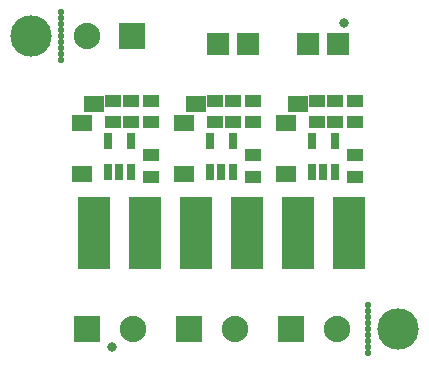
<source format=gbr>
G04 EAGLE Gerber RS-274X export*
G75*
%MOMM*%
%FSLAX34Y34*%
%LPD*%
%INSoldermask Top*%
%IPPOS*%
%AMOC8*
5,1,8,0,0,1.08239X$1,22.5*%
G01*
%ADD10C,0.584200*%
%ADD11R,0.753200X1.403200*%
%ADD12R,1.403200X1.003200*%
%ADD13R,2.703200X6.203200*%
%ADD14R,2.235200X2.235200*%
%ADD15C,2.235200*%
%ADD16R,1.673200X1.473200*%
%ADD17R,1.828800X1.828800*%
%ADD18C,0.838200*%
%ADD19R,0.838200X1.473200*%
%ADD20C,3.505200*%


D10*
X260350Y45720D03*
X260350Y40640D03*
X260350Y35560D03*
X260350Y30480D03*
X260350Y25400D03*
X260350Y20320D03*
X260350Y15240D03*
X260350Y10160D03*
X260350Y5080D03*
X0Y293370D03*
X0Y288290D03*
X0Y283210D03*
X0Y278130D03*
X0Y273050D03*
X0Y267970D03*
X0Y262890D03*
X0Y257810D03*
X0Y252730D03*
D11*
X126390Y158449D03*
X135890Y158449D03*
X145390Y158449D03*
X145390Y184451D03*
X126390Y184451D03*
D12*
X146050Y218550D03*
X146050Y200550D03*
X162560Y172195D03*
X162560Y154195D03*
X162560Y218550D03*
X162560Y200550D03*
D11*
X40030Y158449D03*
X49530Y158449D03*
X59030Y158449D03*
X59030Y184451D03*
X40030Y184451D03*
D12*
X59690Y218550D03*
X59690Y200550D03*
X76200Y172195D03*
X76200Y154195D03*
X248920Y218550D03*
X248920Y200550D03*
D11*
X212750Y158449D03*
X222250Y158449D03*
X231750Y158449D03*
X231750Y184451D03*
X212750Y184451D03*
D12*
X232410Y218550D03*
X232410Y200550D03*
X76200Y218550D03*
X76200Y200550D03*
D13*
X27780Y106680D03*
X70780Y106680D03*
X114140Y106680D03*
X157140Y106680D03*
X200500Y106680D03*
X243500Y106680D03*
D14*
X60516Y273050D03*
D15*
X21960Y273050D03*
D14*
X108712Y25400D03*
D15*
X147268Y25400D03*
D14*
X22352Y25400D03*
D15*
X60908Y25400D03*
D14*
X195072Y25400D03*
D15*
X233628Y25400D03*
D12*
X248920Y172195D03*
X248920Y154195D03*
D16*
X17780Y156300D03*
X17780Y199300D03*
X104140Y156300D03*
X104140Y199300D03*
X190500Y156300D03*
X190500Y199300D03*
D17*
X209550Y266700D03*
X234950Y266700D03*
X133350Y266700D03*
X158750Y266700D03*
D18*
X43180Y10160D03*
X240030Y284480D03*
D19*
X23876Y215900D03*
X32004Y215900D03*
X110236Y215900D03*
X118364Y215900D03*
X196596Y215900D03*
X204724Y215900D03*
D12*
X44450Y200550D03*
X44450Y218550D03*
X130810Y200550D03*
X130810Y218550D03*
X217170Y200550D03*
X217170Y218550D03*
D20*
X-25400Y273050D03*
X285750Y25400D03*
M02*

</source>
